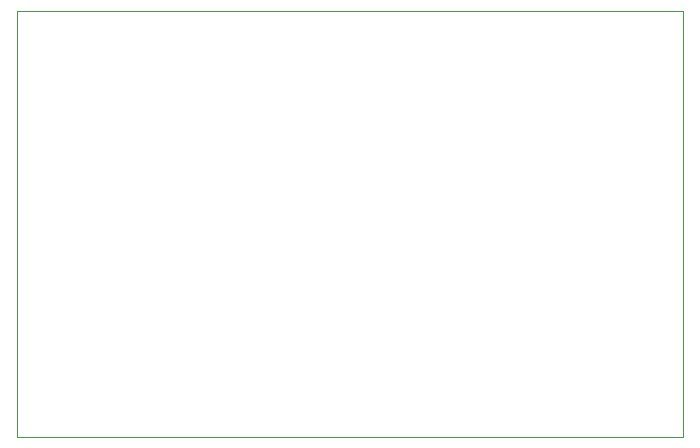
<source format=gbr>
G04 #@! TF.GenerationSoftware,KiCad,Pcbnew,(5.1.5-0-10_14)*
G04 #@! TF.CreationDate,2021-06-10T22:19:53-06:00*
G04 #@! TF.ProjectId,tc531000-tl866-adapter,74633533-3130-4303-902d-746c3836362d,rev?*
G04 #@! TF.SameCoordinates,Original*
G04 #@! TF.FileFunction,Profile,NP*
%FSLAX46Y46*%
G04 Gerber Fmt 4.6, Leading zero omitted, Abs format (unit mm)*
G04 Created by KiCad (PCBNEW (5.1.5-0-10_14)) date 2021-06-10 22:19:53*
%MOMM*%
%LPD*%
G04 APERTURE LIST*
%ADD10C,0.050000*%
G04 APERTURE END LIST*
D10*
X165100000Y-61976000D02*
X119888000Y-61976000D01*
X165100000Y-98044000D02*
X165100000Y-61976000D01*
X164084000Y-98044000D02*
X165100000Y-98044000D01*
X108712000Y-98044000D02*
X164084000Y-98044000D01*
X108712000Y-61976000D02*
X108712000Y-98044000D01*
X119888000Y-61976000D02*
X108712000Y-61976000D01*
M02*

</source>
